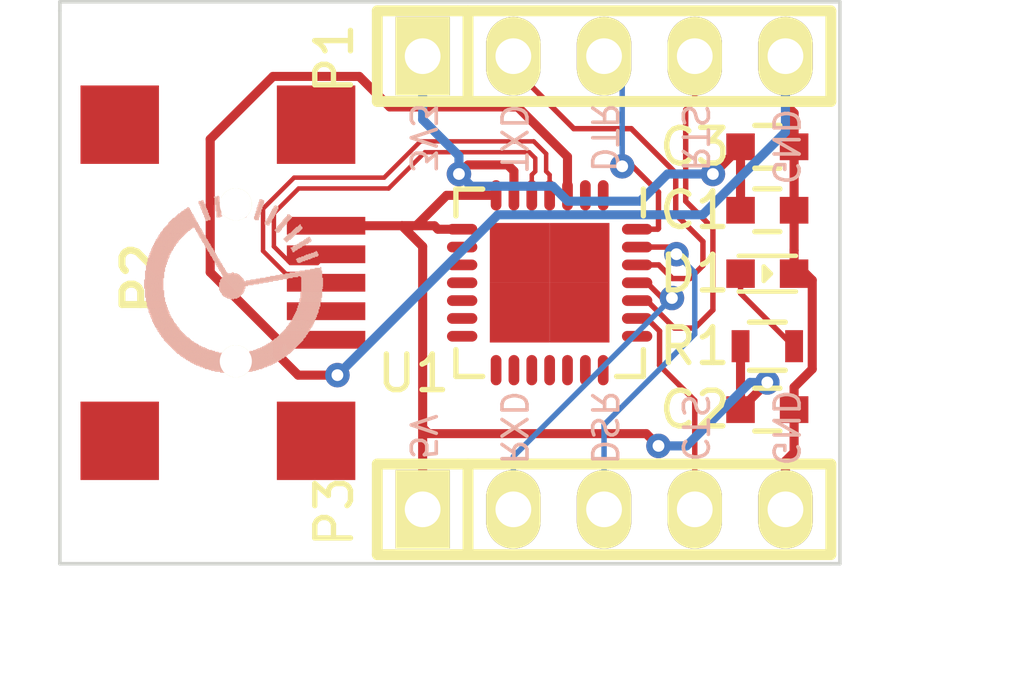
<source format=kicad_pcb>
(kicad_pcb (version 20171130) (host pcbnew "(5.1.12)-1")
  (title_block (date 2015'年'05'月'26'日'))
  (layers (0 F.Cu signal) (31 B.Cu signal) (34 B.Paste user) (35 F.Paste user) (36 B.SilkS user hide) (37 F.SilkS user) (38 B.Mask user) (39 F.Mask user) (44 Edge.Cuts user))
  (net 0 "")
  (net 1 GND)
  (net 2 +3V3)
  (net 3 VCC)
  (net 4 "Net-(D1-Pad1)")
  (net 5 /TXD)
  (net 6 /RXD)
  (net 7 /D-)
  (net 8 /D+)
  (net 9 /DTR)
  (net 10 /DSR)
  (net 11 /RTS)
  (net 12 /CTS)
  (net 13 "Net-(P2-Pad4)")
  (net 14 "Net-(U1-Pad1)")
  (net 15 "Net-(U1-Pad2)")
  (net 16 "Net-(U1-Pad9)")
  (net 17 "Net-(U1-Pad11)")
  (net 18 "Net-(U1-Pad12)")
  (module BASIC:PIN_SOCKET_5 (layer F.Cu) (at 203.2 157.226)
    (fp_text reference P3 (at -7.5565 0.0635 90) (layer F.SilkS))
    (fp_text value CONN_01X05 hide)
    (pad 5 thru_hole oval (at 5.08 0) (size 1.524 2.19964) (drill 1.00076) (layers *.Cu *.Mask F.SilkS) (net 1 GND))
    (pad 4 thru_hole oval (at 2.54 0) (size 1.524 2.19964) (drill 1.00076) (layers *.Cu *.Mask F.SilkS) (net 12 /CTS))
    (pad 3 thru_hole oval (at 0 0) (size 1.524 2.19964) (drill 1.00076) (layers *.Cu *.Mask F.SilkS) (net 10 /DSR))
    (pad 2 thru_hole oval (at -2.54 0) (size 1.524 2.19964) (drill 1.00076) (layers *.Cu *.Mask F.SilkS) (net 6 /RXD))
    (pad 1 thru_hole rect (at -5.08 0) (size 1.524 2.19964) (drill 1.00076) (layers *.Cu *.Mask F.SilkS) (net 3 VCC))
  )
  (module BASIC:PIN_SOCKET_5 (layer F.Cu) (at 203.2 144.526)
    (fp_text reference P1 (at -7.5565 0.0635 90) (layer F.SilkS))
    (fp_text value CONN_01X05 hide)
    (pad 5 thru_hole oval (at 5.08 0) (size 1.524 2.19964) (drill 1.00076) (layers *.Cu *.Mask F.SilkS) (net 1 GND))
    (pad 4 thru_hole oval (at 2.54 0) (size 1.524 2.19964) (drill 1.00076) (layers *.Cu *.Mask F.SilkS) (net 11 /RTS))
    (pad 3 thru_hole oval (at 0 0) (size 1.524 2.19964) (drill 1.00076) (layers *.Cu *.Mask F.SilkS) (net 9 /DTR))
    (pad 2 thru_hole oval (at -2.54 0) (size 1.524 2.19964) (drill 1.00076) (layers *.Cu *.Mask F.SilkS) (net 5 /TXD))
    (pad 1 thru_hole rect (at -5.08 0) (size 1.524 2.19964) (drill 1.00076) (layers *.Cu *.Mask F.SilkS) (net 2 +3V3))
  )
  (module BASIC:USB_B_MINI_SMD (layer F.Cu) (at 191.516 150.876 270)
    (fp_text reference P2 (at -0.127 1.27 270) (layer F.SilkS) (effects (font (size 0.99822 0.99822) (thickness 0.19558))))
    (fp_text value MICRO-USB-B hide)
    (pad 8 smd rect (at 4.42976 1.8796 270) (size 2.1971 2.1971) (layers F.Cu F.Paste F.Mask))
    (pad 7 smd rect (at -4.42976 1.8796 270) (size 2.1971 2.1971) (layers F.Cu F.Paste F.Mask))
    (pad 6 smd rect (at -4.42976 -3.6195 270) (size 2.1971 2.1971) (layers F.Cu F.Paste F.Mask))
    (pad "" np_thru_hole circle (at 2.19964 -1.3716 270) (size 0.89916 0.89916) (drill 0.89916) (layers *.Cu *.Mask F.SilkS))
    (pad "" np_thru_hole circle (at -2.1971 -1.3716 270) (size 0.89916 0.89916) (drill 0.89916) (layers *.Cu *.Mask F.SilkS))
    (pad 5 smd rect (at 1.59766 -3.8989 270) (size 0.49784 2.1971) (layers F.Cu F.Paste F.Mask) (net 1 GND))
    (pad 4 smd rect (at 0.79756 -3.8989 270) (size 0.49784 2.1971) (layers F.Cu F.Paste F.Mask) (net 13 "Net-(P2-Pad4)"))
    (pad 3 smd rect (at 0 -3.8989 270) (size 0.49784 2.1971) (layers F.Cu F.Paste F.Mask) (net 8 /D+))
    (pad 2 smd rect (at -0.79756 -3.8989 270) (size 0.49784 2.1971) (layers F.Cu F.Paste F.Mask) (net 7 /D-))
    (pad 1 smd rect (at -1.59766 -3.8989 270) (size 0.49784 2.1971) (layers F.Cu F.Paste F.Mask) (net 3 VCC))
    (pad 9 smd rect (at 4.42976 -3.6195 270) (size 2.1971 2.1971) (layers F.Cu F.Paste F.Mask))
  )
  (module BASIC:LOGO_LEMBED (layer B.Cu) (at 195.326 153.416 90)
    (fp_text reference LOGO1 hide)
    (fp_text value LEMBED-LOGO hide)
  )
  (module BASIC:QFN-28-1EP_5x5mm_Pitch0.5mm (layer F.Cu) (at 201.676 150.876 270)
    (fp_text reference U1 (at 2.54 3.81) (layer F.SilkS))
    (fp_text value CP2102)
    (pad 1 smd oval (at -2.45 -1.5 270) (size 0.85 0.3) (layers F.Cu F.Paste F.Mask) (net 14 "Net-(U1-Pad1)"))
    (pad 2 smd oval (at -2.45 -1 270) (size 0.85 0.3) (layers F.Cu F.Paste F.Mask) (net 15 "Net-(U1-Pad2)"))
    (pad 3 smd oval (at -2.45 -0.5 270) (size 0.85 0.3) (layers F.Cu F.Paste F.Mask) (net 1 GND))
    (pad 4 smd oval (at -2.45 0 270) (size 0.85 0.3) (layers F.Cu F.Paste F.Mask) (net 8 /D+))
    (pad 5 smd oval (at -2.45 0.5 270) (size 0.85 0.3) (layers F.Cu F.Paste F.Mask) (net 7 /D-))
    (pad 6 smd oval (at -2.45 1 270) (size 0.85 0.3) (layers F.Cu F.Paste F.Mask) (net 2 +3V3))
    (pad 7 smd oval (at -2.45 1.5 270) (size 0.85 0.3) (layers F.Cu F.Paste F.Mask) (net 3 VCC))
    (pad 8 smd oval (at -1.5 2.45) (size 0.85 0.3) (layers F.Cu F.Paste F.Mask) (net 3 VCC))
    (pad 9 smd oval (at -1 2.45) (size 0.85 0.3) (layers F.Cu F.Paste F.Mask) (net 16 "Net-(U1-Pad9)"))
    (pad 10 smd oval (at -0.5 2.45) (size 0.85 0.3) (layers F.Cu F.Paste F.Mask))
    (pad 11 smd oval (at 0 2.45) (size 0.85 0.3) (layers F.Cu F.Paste F.Mask) (net 17 "Net-(U1-Pad11)"))
    (pad 12 smd oval (at 0.5 2.45) (size 0.85 0.3) (layers F.Cu F.Paste F.Mask) (net 18 "Net-(U1-Pad12)"))
    (pad 13 smd oval (at 1 2.45) (size 0.85 0.3) (layers F.Cu F.Paste F.Mask))
    (pad 14 smd oval (at 1.5 2.45) (size 0.85 0.3) (layers F.Cu F.Paste F.Mask))
    (pad 15 smd oval (at 2.45 1.5 270) (size 0.85 0.3) (layers F.Cu F.Paste F.Mask))
    (pad 16 smd oval (at 2.45 1 270) (size 0.85 0.3) (layers F.Cu F.Paste F.Mask))
    (pad 17 smd oval (at 2.45 0.5 270) (size 0.85 0.3) (layers F.Cu F.Paste F.Mask))
    (pad 18 smd oval (at 2.45 0 270) (size 0.85 0.3) (layers F.Cu F.Paste F.Mask))
    (pad 19 smd oval (at 2.45 -0.5 270) (size 0.85 0.3) (layers F.Cu F.Paste F.Mask))
    (pad 20 smd oval (at 2.45 -1 270) (size 0.85 0.3) (layers F.Cu F.Paste F.Mask))
    (pad 21 smd oval (at 2.45 -1.5 270) (size 0.85 0.3) (layers F.Cu F.Paste F.Mask))
    (pad 22 smd oval (at 1.5 -2.45) (size 0.85 0.3) (layers F.Cu F.Paste F.Mask))
    (pad 23 smd oval (at 1 -2.45) (size 0.85 0.3) (layers F.Cu F.Paste F.Mask) (net 12 /CTS))
    (pad 24 smd oval (at 0.5 -2.45) (size 0.85 0.3) (layers F.Cu F.Paste F.Mask) (net 11 /RTS))
    (pad 25 smd oval (at 0 -2.45) (size 0.85 0.3) (layers F.Cu F.Paste F.Mask) (net 6 /RXD))
    (pad 26 smd oval (at -0.5 -2.45) (size 0.85 0.3) (layers F.Cu F.Paste F.Mask) (net 5 /TXD))
    (pad 27 smd oval (at -1 -2.45) (size 0.85 0.3) (layers F.Cu F.Paste F.Mask) (net 10 /DSR))
    (pad 28 smd oval (at -1.5 -2.45) (size 0.85 0.3) (layers F.Cu F.Paste F.Mask) (net 9 /DTR))
    (pad 29 smd rect (at 0.8375 0.8375 270) (size 1.675 1.675) (layers F.Cu F.Paste F.Mask))
    (pad 29 smd rect (at 0.8375 -0.8375 270) (size 1.675 1.675) (layers F.Cu F.Paste F.Mask))
    (pad 29 smd rect (at -0.8375 0.8375 270) (size 1.675 1.675) (layers F.Cu F.Paste F.Mask))
    (pad 29 smd rect (at -0.8375 -0.8375 270) (size 1.675 1.675) (layers F.Cu F.Paste F.Mask))
  )
  (module BASIC:CAP_0603 (layer F.Cu) (at 207.772 148.844)
    (fp_text reference C1 (at -2.032 0) (layer F.SilkS))
    (fp_text value 10uf)
    (pad 1 smd rect (at -0.75 0) (size 0.8 0.75) (layers F.Cu F.Paste F.Mask) (net 2 +3V3))
    (pad 2 smd rect (at 0.75 0) (size 0.8 0.75) (layers F.Cu F.Paste F.Mask) (net 1 GND))
  )
  (module BASIC:CAP_0603 (layer F.Cu) (at 207.772 154.432)
    (fp_text reference C2 (at -2.032 0) (layer F.SilkS))
    (fp_text value 1uf)
    (pad 1 smd rect (at -0.75 0) (size 0.8 0.75) (layers F.Cu F.Paste F.Mask) (net 3 VCC))
    (pad 2 smd rect (at 0.75 0) (size 0.8 0.75) (layers F.Cu F.Paste F.Mask) (net 1 GND))
  )
  (module BASIC:CAP_0603 (layer F.Cu) (at 207.772 147.066)
    (fp_text reference C3 (at -2.032 0) (layer F.SilkS))
    (fp_text value 0.1uf)
    (pad 1 smd rect (at -0.75 0) (size 0.8 0.75) (layers F.Cu F.Paste F.Mask) (net 2 +3V3))
    (pad 2 smd rect (at 0.75 0) (size 0.8 0.75) (layers F.Cu F.Paste F.Mask) (net 1 GND))
  )
  (module BASIC:LED-0603 (layer F.Cu) (at 207.772 150.622)
    (fp_text reference D1 (at -2.032 0) (layer F.SilkS))
    (fp_text value LED hide)
    (pad 1 smd rect (at -0.7493 0) (size 0.79756 0.79756) (layers F.Cu F.Paste F.Mask) (net 4 "Net-(D1-Pad1)"))
    (pad 2 smd rect (at 0.7493 0) (size 0.79756 0.79756) (layers F.Cu F.Paste F.Mask) (net 1 GND))
  )
  (module BASIC:R_0603 (layer F.Cu) (at 207.772 152.654)
    (fp_text reference R1 (at -2.032 0) (layer F.SilkS))
    (fp_text value 330)
    (pad 1 smd rect (at -0.75 0) (size 0.5 0.9) (layers F.Cu F.Paste F.Mask) (net 3 VCC))
    (pad 2 smd rect (at 0.75 0) (size 0.5 0.9) (layers F.Cu F.Paste F.Mask) (net 4 "Net-(D1-Pad1)"))
  )
  (gr_text 3V3 (at 198.12 146.812 270) (layer B.SilkS) (effects (font (size 0.7 0.7) (thickness 0.1)) (justify mirror)))
  (gr_text TXD (at 200.66 146.812 270) (layer B.SilkS) (effects (font (size 0.7 0.7) (thickness 0.1)) (justify mirror)))
  (gr_text DTR (at 203.2 146.812 270) (layer B.SilkS) (effects (font (size 0.7 0.7) (thickness 0.1)) (justify mirror)))
  (gr_text GND (at 208.28 154.94 270) (layer B.SilkS) (effects (font (size 0.7 0.7) (thickness 0.1)) (justify mirror)))
  (gr_text CTS (at 205.74 154.94 270) (layer B.SilkS) (effects (font (size 0.7 0.7) (thickness 0.1)) (justify mirror)))
  (gr_text DSR (at 203.2 154.94 270) (layer B.SilkS) (effects (font (size 0.7 0.7) (thickness 0.1)) (justify mirror)))
  (gr_text RXD (at 200.66 154.94 270) (layer B.SilkS) (effects (font (size 0.7 0.7) (thickness 0.1)) (justify mirror)))
  (gr_text 5V (at 198.12 155.194 270) (layer B.SilkS) (effects (font (size 0.7 0.7) (thickness 0.1)) (justify mirror)))
  (gr_text GND (at 208.28 147.066 270) (layer B.SilkS) (effects (font (size 0.7 0.7) (thickness 0.1)) (justify mirror)))
  (gr_text RTS (at 205.74 146.812 270) (layer B.SilkS) (effects (font (size 0.7 0.7) (thickness 0.1)) (justify mirror)))
  (gr_line (start 209.804 158.75) (end 209.55 158.75) (layer Edge.Cuts) (width 0.1))
  (gr_line (start 209.804 143.002) (end 209.804 158.75) (layer Edge.Cuts) (width 0.1))
  (gr_line (start 209.55 143.002) (end 209.804 143.002) (layer Edge.Cuts) (width 0.1))
  (gr_line (start 187.96 158.75) (end 187.96 143.256) (layer Edge.Cuts) (width 0.1))
  (gr_line (start 209.55 158.75) (end 187.96 158.75) (layer Edge.Cuts) (width 0.1))
  (gr_line (start 187.96 143.002) (end 209.55 143.002) (layer Edge.Cuts) (width 0.1))
  (gr_line (start 187.96 143.256) (end 187.96 143.002) (layer Edge.Cuts) (width 0.1))
  (segment (start 195.4149 152.4737) (end 194.0623 152.4737) (width 0.254) (layer F.Cu) (net 1))
  (segment (start 195.733 153.4649) (end 194.6328 153.4649) (width 0.254) (layer F.Cu) (net 1))
  (segment (start 194.6328 153.4649) (end 194.0623 152.8944) (width 0.254) (layer F.Cu) (net 1))
  (segment (start 194.0623 152.8944) (end 194.0623 152.4737) (width 0.254) (layer F.Cu) (net 1))
  (segment (start 208.28 144.526) (end 208.28 146.6523) (width 0.254) (layer B.Cu) (net 1))
  (segment (start 208.28 146.6523) (end 205.9611 148.9712) (width 0.254) (layer B.Cu) (net 1))
  (segment (start 205.9611 148.9712) (end 200.2267 148.9712) (width 0.254) (layer B.Cu) (net 1))
  (segment (start 200.2267 148.9712) (end 195.733 153.4649) (width 0.254) (layer B.Cu) (net 1))
  (segment (start 208.522 154.432) (end 208.522 153.8029) (width 0.254) (layer F.Cu) (net 1))
  (segment (start 208.5213 150.2955) (end 209.0298 150.804) (width 0.254) (layer F.Cu) (net 1))
  (segment (start 209.0298 150.804) (end 209.0298 153.2951) (width 0.254) (layer F.Cu) (net 1))
  (segment (start 209.0298 153.2951) (end 208.522 153.8029) (width 0.254) (layer F.Cu) (net 1))
  (segment (start 208.5213 150.2955) (end 208.5213 149.9691) (width 0.254) (layer F.Cu) (net 1))
  (segment (start 208.5213 150.622) (end 208.5213 150.2955) (width 0.254) (layer F.Cu) (net 1))
  (segment (start 195.4149 152.4737) (end 194.0623 152.4737) (width 0.254) (layer F.Cu) (net 1))
  (segment (start 194.0623 152.4737) (end 192.1708 150.5822) (width 0.254) (layer F.Cu) (net 1))
  (segment (start 192.1708 150.5822) (end 192.1708 146.852) (width 0.254) (layer F.Cu) (net 1))
  (segment (start 192.1708 146.852) (end 193.9293 145.0935) (width 0.254) (layer F.Cu) (net 1))
  (segment (start 193.9293 145.0935) (end 196.3442 145.0935) (width 0.254) (layer F.Cu) (net 1))
  (segment (start 196.3442 145.0935) (end 197.2 145.9493) (width 0.254) (layer F.Cu) (net 1))
  (segment (start 197.2 145.9493) (end 200.7806 145.9493) (width 0.254) (layer F.Cu) (net 1))
  (segment (start 200.7806 145.9493) (end 202.176 147.3447) (width 0.254) (layer F.Cu) (net 1))
  (segment (start 202.176 147.3447) (end 202.176 148.426) (width 0.254) (layer F.Cu) (net 1))
  (segment (start 208.28 144.526) (end 208.28 145.88) (width 0.254) (layer F.Cu) (net 1))
  (segment (start 208.522 147.066) (end 208.522 146.122) (width 0.254) (layer F.Cu) (net 1))
  (segment (start 208.522 146.122) (end 208.28 145.88) (width 0.254) (layer F.Cu) (net 1))
  (segment (start 208.522 148.844) (end 208.522 147.066) (width 0.254) (layer F.Cu) (net 1))
  (segment (start 208.28 157.226) (end 208.28 155.872) (width 0.254) (layer F.Cu) (net 1))
  (segment (start 208.522 154.432) (end 208.522 155.63) (width 0.254) (layer F.Cu) (net 1))
  (segment (start 208.522 155.63) (end 208.28 155.872) (width 0.254) (layer F.Cu) (net 1))
  (segment (start 208.5213 149.9691) (end 208.522 149.9684) (width 0.254) (layer F.Cu) (net 1))
  (segment (start 208.522 149.9684) (end 208.522 148.844) (width 0.254) (layer F.Cu) (net 1))
  (via (at 195.733 153.4649) (size 0.6858) (layers F.Cu B.Cu) (net 1))
  (segment (start 198.12 145.218) (end 198.12 144.526) (width 0.254) (layer B.Cu) (net 2))
  (segment (start 198.12 145.218) (end 198.12 144.526) (width 0.254) (layer B.Cu) (net 2))
  (segment (start 206.248 147.828) (end 206.26 147.828) (width 0.254) (layer F.Cu) (net 2))
  (segment (start 206.26 147.828) (end 207.022 147.066) (width 0.254) (layer F.Cu) (net 2))
  (segment (start 207.022 148.844) (end 207.022 147.066) (width 0.254) (layer F.Cu) (net 2))
  (segment (start 206.248 147.828) (end 204.978 147.828) (width 0.254) (layer B.Cu) (net 2))
  (segment (start 204.978 147.828) (end 204.216 148.59) (width 0.254) (layer B.Cu) (net 2))
  (segment (start 204.216 148.59) (end 202.184 148.59) (width 0.254) (layer B.Cu) (net 2))
  (segment (start 202.184 148.59) (end 201.765 148.171) (width 0.254) (layer B.Cu) (net 2))
  (segment (start 201.765 148.171) (end 199.479 148.171) (width 0.254) (layer B.Cu) (net 2))
  (segment (start 199.479 148.171) (end 199.136 147.828) (width 0.254) (layer B.Cu) (net 2))
  (segment (start 200.676 148.426) (end 200.676 147.747) (width 0.254) (layer F.Cu) (net 2))
  (segment (start 200.676 147.747) (end 200.503 147.574) (width 0.254) (layer F.Cu) (net 2))
  (segment (start 200.503 147.574) (end 199.39 147.574) (width 0.254) (layer F.Cu) (net 2))
  (segment (start 199.39 147.574) (end 199.136 147.828) (width 0.254) (layer F.Cu) (net 2))
  (segment (start 199.136 147.828) (end 199.136 147.32) (width 0.254) (layer B.Cu) (net 2))
  (segment (start 199.136 147.32) (end 198.12 146.304) (width 0.254) (layer B.Cu) (net 2))
  (segment (start 198.12 146.304) (end 198.12 145.218) (width 0.254) (layer B.Cu) (net 2))
  (via (at 206.248 147.828) (size 0.6858) (layers F.Cu B.Cu) (net 2))
  (via (at 199.136 147.828) (size 0.6858) (layers F.Cu B.Cu) (net 2))
  (segment (start 195.4152 149.278) (end 195.4149 149.2783) (width 0.254) (layer F.Cu) (net 3))
  (segment (start 195.4152 149.278) (end 197.538 149.278) (width 0.254) (layer F.Cu) (net 3))
  (segment (start 195.415 149.278) (end 195.4152 149.278) (width 0.254) (layer F.Cu) (net 3))
  (segment (start 197.94 149.278) (end 198.792 148.426) (width 0.254) (layer F.Cu) (net 3))
  (segment (start 198.792 148.426) (end 200.176 148.426) (width 0.254) (layer F.Cu) (net 3))
  (segment (start 197.538 149.278) (end 197.94 149.278) (width 0.254) (layer F.Cu) (net 3))
  (segment (start 197.94 149.278) (end 197.538 149.278) (width 0.254) (layer F.Cu) (net 3))
  (segment (start 199.226 149.376) (end 198.547 149.376) (width 0.254) (layer F.Cu) (net 3))
  (segment (start 198.547 149.376) (end 198.449 149.278) (width 0.254) (layer F.Cu) (net 3))
  (segment (start 198.449 149.278) (end 197.94 149.278) (width 0.254) (layer F.Cu) (net 3))
  (segment (start 207.022 154.432) (end 207.022 152.654) (width 0.254) (layer F.Cu) (net 3))
  (segment (start 207.022 154.432) (end 207.022 154.42) (width 0.254) (layer F.Cu) (net 3))
  (segment (start 207.022 154.42) (end 207.772 153.67) (width 0.254) (layer F.Cu) (net 3))
  (segment (start 207.772 153.67) (end 207.287 153.67) (width 0.254) (layer B.Cu) (net 3))
  (segment (start 207.287 153.67) (end 205.509 155.448) (width 0.254) (layer B.Cu) (net 3))
  (segment (start 205.509 155.448) (end 204.724 155.448) (width 0.254) (layer B.Cu) (net 3))
  (segment (start 204.724 155.448) (end 204.381 155.105) (width 0.254) (layer F.Cu) (net 3))
  (segment (start 204.381 155.105) (end 198.285 155.105) (width 0.254) (layer F.Cu) (net 3))
  (segment (start 198.285 155.105) (end 198.12 154.94) (width 0.254) (layer F.Cu) (net 3))
  (segment (start 198.12 154.94) (end 198.12 157.226) (width 0.254) (layer F.Cu) (net 3))
  (segment (start 197.538 149.278) (end 198.12 149.86) (width 0.254) (layer F.Cu) (net 3))
  (segment (start 198.12 149.86) (end 198.12 154.94) (width 0.254) (layer F.Cu) (net 3))
  (via (at 207.772 153.67) (size 0.6858) (layers F.Cu B.Cu) (net 3))
  (via (at 204.724 155.448) (size 0.6858) (layers F.Cu B.Cu) (net 3))
  (segment (start 207.023 150.8975) (end 207.0227 150.8972) (width 0.1524) (layer F.Cu) (net 4))
  (segment (start 207.0227 150.8972) (end 207.0227 150.622) (width 0.1524) (layer F.Cu) (net 4))
  (segment (start 207.023 150.8975) (end 207.023 151.173) (width 0.1524) (layer F.Cu) (net 4))
  (segment (start 207.023 151.173) (end 208.504 152.654) (width 0.1524) (layer F.Cu) (net 4))
  (segment (start 208.504 152.654) (end 208.522 152.654) (width 0.1524) (layer F.Cu) (net 4))
  (segment (start 207.023 150.622) (end 207.023 150.8975) (width 0.1524) (layer F.Cu) (net 4))
  (segment (start 204.126 150.376) (end 204.732 150.376) (width 0.1524) (layer F.Cu) (net 5))
  (segment (start 204.732 150.376) (end 205.114 150.758) (width 0.1524) (layer F.Cu) (net 5))
  (segment (start 205.114 150.758) (end 205.604 150.758) (width 0.1524) (layer F.Cu) (net 5))
  (segment (start 205.604 150.758) (end 205.969 150.393) (width 0.1524) (layer F.Cu) (net 5))
  (segment (start 205.969 150.393) (end 205.969 149.722) (width 0.1524) (layer F.Cu) (net 5))
  (segment (start 205.969 149.722) (end 205.207 148.96) (width 0.1524) (layer F.Cu) (net 5))
  (segment (start 205.207 148.96) (end 205.207 147.803) (width 0.1524) (layer F.Cu) (net 5))
  (segment (start 205.207 147.803) (end 203.962 146.558) (width 0.1524) (layer F.Cu) (net 5))
  (segment (start 203.962 146.558) (end 202.354 146.558) (width 0.1524) (layer F.Cu) (net 5))
  (segment (start 202.354 146.558) (end 200.66 144.864) (width 0.1524) (layer F.Cu) (net 5))
  (segment (start 200.66 144.864) (end 200.66 144.526) (width 0.1524) (layer F.Cu) (net 5))
  (segment (start 204.126 150.876) (end 204.401 150.876) (width 0.1524) (layer F.Cu) (net 6))
  (segment (start 204.401 150.876) (end 204.909 151.384) (width 0.1524) (layer F.Cu) (net 6))
  (segment (start 204.909 151.384) (end 205.021 151.384) (width 0.1524) (layer F.Cu) (net 6))
  (segment (start 205.021 151.384) (end 205.101 151.304) (width 0.1524) (layer F.Cu) (net 6))
  (segment (start 200.66 157.226) (end 200.66 155.745) (width 0.1524) (layer B.Cu) (net 6))
  (segment (start 200.66 155.745) (end 205.101 151.304) (width 0.1524) (layer B.Cu) (net 6))
  (via (at 205.101 151.304) (size 0.6858) (layers F.Cu B.Cu) (net 6))
  (segment (start 195.292 150.2015) (end 195.4149 150.0786) (width 0.1524) (layer F.Cu) (net 7))
  (segment (start 195.4149 150.0786) (end 195.4149 150.0784) (width 0.1524) (layer F.Cu) (net 7))
  (segment (start 195.292 150.2015) (end 195.415 150.078) (width 0.125) (layer F.Cu) (net 7))
  (segment (start 201.176 148.426) (end 201.176 147.851) (width 0.125) (layer F.Cu) (net 7))
  (segment (start 201.176 147.851) (end 201.274 147.754) (width 0.125) (layer F.Cu) (net 7))
  (segment (start 201.274 147.754) (end 201.274 147.387) (width 0.125) (layer F.Cu) (net 7))
  (segment (start 201.274 147.387) (end 201.105 147.218) (width 0.125) (layer F.Cu) (net 7))
  (segment (start 201.105 147.218) (end 198.183 147.218) (width 0.125) (layer F.Cu) (net 7))
  (segment (start 198.183 147.218) (end 197.167 148.234) (width 0.125) (layer F.Cu) (net 7))
  (segment (start 197.167 148.234) (end 194.647 148.234) (width 0.125) (layer F.Cu) (net 7))
  (segment (start 194.647 148.234) (end 193.954 148.927) (width 0.125) (layer F.Cu) (net 7))
  (segment (start 193.954 148.927) (end 193.954 149.86) (width 0.125) (layer F.Cu) (net 7))
  (segment (start 193.954 149.86) (end 194.419 150.325) (width 0.125) (layer F.Cu) (net 7))
  (segment (start 194.419 150.325) (end 195.169 150.325) (width 0.125) (layer F.Cu) (net 7))
  (segment (start 195.169 150.325) (end 195.292 150.2015) (width 0.125) (layer F.Cu) (net 7))
  (segment (start 195.4149 150.8759) (end 195.4149 150.876) (width 0.1524) (layer F.Cu) (net 8))
  (segment (start 195.4149 150.8759) (end 195.415 150.876) (width 0.125) (layer F.Cu) (net 8))
  (segment (start 201.676 148.426) (end 201.676 147.851) (width 0.125) (layer F.Cu) (net 8))
  (segment (start 201.676 147.851) (end 201.578 147.754) (width 0.125) (layer F.Cu) (net 8))
  (segment (start 201.578 147.754) (end 201.578 147.261) (width 0.125) (layer F.Cu) (net 8))
  (segment (start 201.578 147.261) (end 201.231 146.914) (width 0.125) (layer F.Cu) (net 8))
  (segment (start 201.231 146.914) (end 198.057 146.914) (width 0.125) (layer F.Cu) (net 8))
  (segment (start 198.057 146.914) (end 197.041 147.93) (width 0.125) (layer F.Cu) (net 8))
  (segment (start 197.041 147.93) (end 194.52 147.93) (width 0.125) (layer F.Cu) (net 8))
  (segment (start 194.52 147.93) (end 193.65 148.8) (width 0.125) (layer F.Cu) (net 8))
  (segment (start 193.65 148.8) (end 193.65 149.986) (width 0.125) (layer F.Cu) (net 8))
  (segment (start 193.65 149.986) (end 194.293 150.63) (width 0.125) (layer F.Cu) (net 8))
  (segment (start 194.293 150.63) (end 195.169 150.63) (width 0.125) (layer F.Cu) (net 8))
  (segment (start 195.169 150.63) (end 195.4149 150.8759) (width 0.125) (layer F.Cu) (net 8))
  (segment (start 204.126 149.376) (end 204.703 149.376) (width 0.1524) (layer F.Cu) (net 9))
  (segment (start 204.703 149.376) (end 204.724 149.355) (width 0.1524) (layer F.Cu) (net 9))
  (segment (start 204.724 149.355) (end 204.724 148.336) (width 0.1524) (layer F.Cu) (net 9))
  (segment (start 204.724 148.336) (end 203.962 147.574) (width 0.1524) (layer F.Cu) (net 9))
  (segment (start 203.962 147.574) (end 203.746 147.574) (width 0.1524) (layer F.Cu) (net 9))
  (segment (start 203.746 147.574) (end 203.708 147.612) (width 0.1524) (layer F.Cu) (net 9))
  (segment (start 203.708 147.612) (end 203.708 145.034) (width 0.1524) (layer B.Cu) (net 9))
  (segment (start 203.708 145.034) (end 203.2 144.526) (width 0.1524) (layer B.Cu) (net 9))
  (via (at 203.708 147.612) (size 0.6858) (layers F.Cu B.Cu) (net 9))
  (segment (start 204.126 149.876) (end 205.027 149.876) (width 0.1524) (layer F.Cu) (net 10))
  (segment (start 205.027 149.876) (end 205.227 150.076) (width 0.1524) (layer F.Cu) (net 10))
  (segment (start 205.227 150.076) (end 205.74 150.589) (width 0.1524) (layer B.Cu) (net 10))
  (segment (start 205.74 150.589) (end 205.74 152.316) (width 0.1524) (layer B.Cu) (net 10))
  (segment (start 205.74 152.316) (end 203.2 154.856) (width 0.1524) (layer B.Cu) (net 10))
  (segment (start 203.2 154.856) (end 203.2 157.226) (width 0.1524) (layer B.Cu) (net 10))
  (via (at 205.227 150.076) (size 0.6858) (layers F.Cu B.Cu) (net 10))
  (segment (start 205.74 144.526) (end 205.74 145.778) (width 0.1524) (layer F.Cu) (net 11))
  (segment (start 205.74 145.778) (end 205.486 146.032) (width 0.1524) (layer F.Cu) (net 11))
  (segment (start 205.486 146.032) (end 205.486 148.59) (width 0.1524) (layer F.Cu) (net 11))
  (segment (start 205.486 148.59) (end 206.248 149.352) (width 0.1524) (layer F.Cu) (net 11))
  (segment (start 206.248 149.352) (end 206.248 151.638) (width 0.1524) (layer F.Cu) (net 11))
  (segment (start 206.248 151.638) (end 205.74 152.146) (width 0.1524) (layer F.Cu) (net 11))
  (segment (start 205.74 152.146) (end 205.171 152.146) (width 0.1524) (layer F.Cu) (net 11))
  (segment (start 205.171 152.146) (end 204.401 151.376) (width 0.1524) (layer F.Cu) (net 11))
  (segment (start 204.401 151.376) (end 204.126 151.376) (width 0.1524) (layer F.Cu) (net 11))
  (segment (start 204.126 151.876) (end 204.401 151.876) (width 0.1524) (layer F.Cu) (net 12))
  (segment (start 204.401 151.876) (end 204.754 152.229) (width 0.1524) (layer F.Cu) (net 12))
  (segment (start 204.754 152.229) (end 204.754 153.192) (width 0.1524) (layer F.Cu) (net 12))
  (segment (start 204.754 153.192) (end 205.74 154.178) (width 0.1524) (layer F.Cu) (net 12))
  (segment (start 205.74 154.178) (end 205.74 157.226) (width 0.1524) (layer F.Cu) (net 12))
)
</source>
